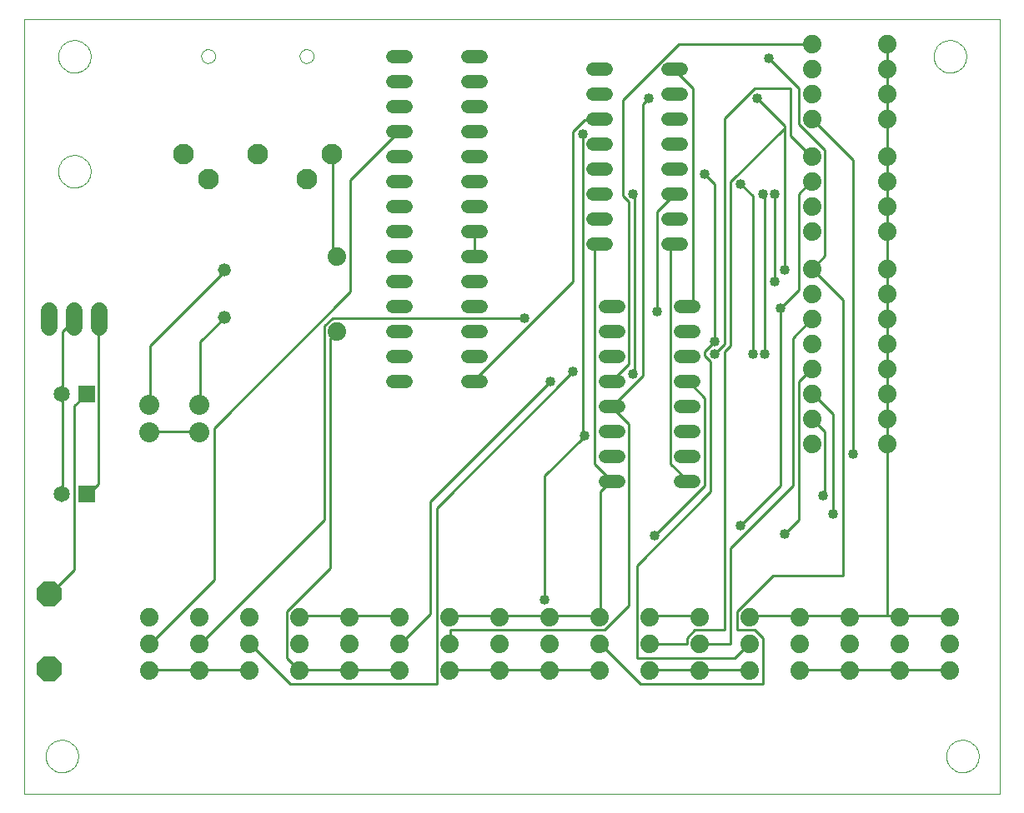
<source format=gtl>
G75*
G70*
%OFA0B0*%
%FSLAX24Y24*%
%IPPOS*%
%LPD*%
%AMOC8*
5,1,8,0,0,1.08239X$1,22.5*
%
%ADD10C,0.0000*%
%ADD11C,0.0827*%
%ADD12C,0.0520*%
%ADD13C,0.0740*%
%ADD14OC8,0.1000*%
%ADD15C,0.0660*%
%ADD16R,0.0650X0.0650*%
%ADD17C,0.0650*%
%ADD18C,0.0520*%
%ADD19C,0.0800*%
%ADD20C,0.0100*%
%ADD21C,0.0400*%
D10*
X001199Y000101D02*
X001199Y031101D01*
X040199Y031101D01*
X040199Y000101D01*
X001199Y000101D01*
X002049Y001601D02*
X002051Y001651D01*
X002057Y001701D01*
X002067Y001751D01*
X002080Y001799D01*
X002097Y001847D01*
X002118Y001893D01*
X002142Y001937D01*
X002170Y001979D01*
X002201Y002019D01*
X002235Y002056D01*
X002272Y002091D01*
X002311Y002122D01*
X002352Y002151D01*
X002396Y002176D01*
X002442Y002198D01*
X002489Y002216D01*
X002537Y002230D01*
X002586Y002241D01*
X002636Y002248D01*
X002686Y002251D01*
X002737Y002250D01*
X002787Y002245D01*
X002837Y002236D01*
X002885Y002224D01*
X002933Y002207D01*
X002979Y002187D01*
X003024Y002164D01*
X003067Y002137D01*
X003107Y002107D01*
X003145Y002074D01*
X003180Y002038D01*
X003213Y001999D01*
X003242Y001958D01*
X003268Y001915D01*
X003291Y001870D01*
X003310Y001823D01*
X003325Y001775D01*
X003337Y001726D01*
X003345Y001676D01*
X003349Y001626D01*
X003349Y001576D01*
X003345Y001526D01*
X003337Y001476D01*
X003325Y001427D01*
X003310Y001379D01*
X003291Y001332D01*
X003268Y001287D01*
X003242Y001244D01*
X003213Y001203D01*
X003180Y001164D01*
X003145Y001128D01*
X003107Y001095D01*
X003067Y001065D01*
X003024Y001038D01*
X002979Y001015D01*
X002933Y000995D01*
X002885Y000978D01*
X002837Y000966D01*
X002787Y000957D01*
X002737Y000952D01*
X002686Y000951D01*
X002636Y000954D01*
X002586Y000961D01*
X002537Y000972D01*
X002489Y000986D01*
X002442Y001004D01*
X002396Y001026D01*
X002352Y001051D01*
X002311Y001080D01*
X002272Y001111D01*
X002235Y001146D01*
X002201Y001183D01*
X002170Y001223D01*
X002142Y001265D01*
X002118Y001309D01*
X002097Y001355D01*
X002080Y001403D01*
X002067Y001451D01*
X002057Y001501D01*
X002051Y001551D01*
X002049Y001601D01*
X002549Y025001D02*
X002551Y025051D01*
X002557Y025101D01*
X002567Y025151D01*
X002580Y025199D01*
X002597Y025247D01*
X002618Y025293D01*
X002642Y025337D01*
X002670Y025379D01*
X002701Y025419D01*
X002735Y025456D01*
X002772Y025491D01*
X002811Y025522D01*
X002852Y025551D01*
X002896Y025576D01*
X002942Y025598D01*
X002989Y025616D01*
X003037Y025630D01*
X003086Y025641D01*
X003136Y025648D01*
X003186Y025651D01*
X003237Y025650D01*
X003287Y025645D01*
X003337Y025636D01*
X003385Y025624D01*
X003433Y025607D01*
X003479Y025587D01*
X003524Y025564D01*
X003567Y025537D01*
X003607Y025507D01*
X003645Y025474D01*
X003680Y025438D01*
X003713Y025399D01*
X003742Y025358D01*
X003768Y025315D01*
X003791Y025270D01*
X003810Y025223D01*
X003825Y025175D01*
X003837Y025126D01*
X003845Y025076D01*
X003849Y025026D01*
X003849Y024976D01*
X003845Y024926D01*
X003837Y024876D01*
X003825Y024827D01*
X003810Y024779D01*
X003791Y024732D01*
X003768Y024687D01*
X003742Y024644D01*
X003713Y024603D01*
X003680Y024564D01*
X003645Y024528D01*
X003607Y024495D01*
X003567Y024465D01*
X003524Y024438D01*
X003479Y024415D01*
X003433Y024395D01*
X003385Y024378D01*
X003337Y024366D01*
X003287Y024357D01*
X003237Y024352D01*
X003186Y024351D01*
X003136Y024354D01*
X003086Y024361D01*
X003037Y024372D01*
X002989Y024386D01*
X002942Y024404D01*
X002896Y024426D01*
X002852Y024451D01*
X002811Y024480D01*
X002772Y024511D01*
X002735Y024546D01*
X002701Y024583D01*
X002670Y024623D01*
X002642Y024665D01*
X002618Y024709D01*
X002597Y024755D01*
X002580Y024803D01*
X002567Y024851D01*
X002557Y024901D01*
X002551Y024951D01*
X002549Y025001D01*
X002549Y029601D02*
X002551Y029651D01*
X002557Y029701D01*
X002567Y029751D01*
X002580Y029799D01*
X002597Y029847D01*
X002618Y029893D01*
X002642Y029937D01*
X002670Y029979D01*
X002701Y030019D01*
X002735Y030056D01*
X002772Y030091D01*
X002811Y030122D01*
X002852Y030151D01*
X002896Y030176D01*
X002942Y030198D01*
X002989Y030216D01*
X003037Y030230D01*
X003086Y030241D01*
X003136Y030248D01*
X003186Y030251D01*
X003237Y030250D01*
X003287Y030245D01*
X003337Y030236D01*
X003385Y030224D01*
X003433Y030207D01*
X003479Y030187D01*
X003524Y030164D01*
X003567Y030137D01*
X003607Y030107D01*
X003645Y030074D01*
X003680Y030038D01*
X003713Y029999D01*
X003742Y029958D01*
X003768Y029915D01*
X003791Y029870D01*
X003810Y029823D01*
X003825Y029775D01*
X003837Y029726D01*
X003845Y029676D01*
X003849Y029626D01*
X003849Y029576D01*
X003845Y029526D01*
X003837Y029476D01*
X003825Y029427D01*
X003810Y029379D01*
X003791Y029332D01*
X003768Y029287D01*
X003742Y029244D01*
X003713Y029203D01*
X003680Y029164D01*
X003645Y029128D01*
X003607Y029095D01*
X003567Y029065D01*
X003524Y029038D01*
X003479Y029015D01*
X003433Y028995D01*
X003385Y028978D01*
X003337Y028966D01*
X003287Y028957D01*
X003237Y028952D01*
X003186Y028951D01*
X003136Y028954D01*
X003086Y028961D01*
X003037Y028972D01*
X002989Y028986D01*
X002942Y029004D01*
X002896Y029026D01*
X002852Y029051D01*
X002811Y029080D01*
X002772Y029111D01*
X002735Y029146D01*
X002701Y029183D01*
X002670Y029223D01*
X002642Y029265D01*
X002618Y029309D01*
X002597Y029355D01*
X002580Y029403D01*
X002567Y029451D01*
X002557Y029501D01*
X002551Y029551D01*
X002549Y029601D01*
X008270Y029613D02*
X008272Y029646D01*
X008278Y029678D01*
X008287Y029709D01*
X008300Y029739D01*
X008317Y029767D01*
X008337Y029793D01*
X008360Y029817D01*
X008385Y029837D01*
X008413Y029855D01*
X008442Y029869D01*
X008473Y029879D01*
X008505Y029886D01*
X008538Y029889D01*
X008571Y029888D01*
X008603Y029883D01*
X008634Y029874D01*
X008665Y029862D01*
X008693Y029846D01*
X008720Y029827D01*
X008744Y029805D01*
X008765Y029780D01*
X008784Y029753D01*
X008799Y029724D01*
X008810Y029694D01*
X008818Y029662D01*
X008822Y029629D01*
X008822Y029597D01*
X008818Y029564D01*
X008810Y029532D01*
X008799Y029502D01*
X008784Y029473D01*
X008765Y029446D01*
X008744Y029421D01*
X008720Y029399D01*
X008693Y029380D01*
X008665Y029364D01*
X008634Y029352D01*
X008603Y029343D01*
X008571Y029338D01*
X008538Y029337D01*
X008505Y029340D01*
X008473Y029347D01*
X008442Y029357D01*
X008413Y029371D01*
X008385Y029389D01*
X008360Y029409D01*
X008337Y029433D01*
X008317Y029459D01*
X008300Y029487D01*
X008287Y029517D01*
X008278Y029548D01*
X008272Y029580D01*
X008270Y029613D01*
X012203Y029613D02*
X012205Y029646D01*
X012211Y029678D01*
X012220Y029709D01*
X012233Y029739D01*
X012250Y029767D01*
X012270Y029793D01*
X012293Y029817D01*
X012318Y029837D01*
X012346Y029855D01*
X012375Y029869D01*
X012406Y029879D01*
X012438Y029886D01*
X012471Y029889D01*
X012504Y029888D01*
X012536Y029883D01*
X012567Y029874D01*
X012598Y029862D01*
X012626Y029846D01*
X012653Y029827D01*
X012677Y029805D01*
X012698Y029780D01*
X012717Y029753D01*
X012732Y029724D01*
X012743Y029694D01*
X012751Y029662D01*
X012755Y029629D01*
X012755Y029597D01*
X012751Y029564D01*
X012743Y029532D01*
X012732Y029502D01*
X012717Y029473D01*
X012698Y029446D01*
X012677Y029421D01*
X012653Y029399D01*
X012626Y029380D01*
X012598Y029364D01*
X012567Y029352D01*
X012536Y029343D01*
X012504Y029338D01*
X012471Y029337D01*
X012438Y029340D01*
X012406Y029347D01*
X012375Y029357D01*
X012346Y029371D01*
X012318Y029389D01*
X012293Y029409D01*
X012270Y029433D01*
X012250Y029459D01*
X012233Y029487D01*
X012220Y029517D01*
X012211Y029548D01*
X012205Y029580D01*
X012203Y029613D01*
X037549Y029601D02*
X037551Y029651D01*
X037557Y029701D01*
X037567Y029751D01*
X037580Y029799D01*
X037597Y029847D01*
X037618Y029893D01*
X037642Y029937D01*
X037670Y029979D01*
X037701Y030019D01*
X037735Y030056D01*
X037772Y030091D01*
X037811Y030122D01*
X037852Y030151D01*
X037896Y030176D01*
X037942Y030198D01*
X037989Y030216D01*
X038037Y030230D01*
X038086Y030241D01*
X038136Y030248D01*
X038186Y030251D01*
X038237Y030250D01*
X038287Y030245D01*
X038337Y030236D01*
X038385Y030224D01*
X038433Y030207D01*
X038479Y030187D01*
X038524Y030164D01*
X038567Y030137D01*
X038607Y030107D01*
X038645Y030074D01*
X038680Y030038D01*
X038713Y029999D01*
X038742Y029958D01*
X038768Y029915D01*
X038791Y029870D01*
X038810Y029823D01*
X038825Y029775D01*
X038837Y029726D01*
X038845Y029676D01*
X038849Y029626D01*
X038849Y029576D01*
X038845Y029526D01*
X038837Y029476D01*
X038825Y029427D01*
X038810Y029379D01*
X038791Y029332D01*
X038768Y029287D01*
X038742Y029244D01*
X038713Y029203D01*
X038680Y029164D01*
X038645Y029128D01*
X038607Y029095D01*
X038567Y029065D01*
X038524Y029038D01*
X038479Y029015D01*
X038433Y028995D01*
X038385Y028978D01*
X038337Y028966D01*
X038287Y028957D01*
X038237Y028952D01*
X038186Y028951D01*
X038136Y028954D01*
X038086Y028961D01*
X038037Y028972D01*
X037989Y028986D01*
X037942Y029004D01*
X037896Y029026D01*
X037852Y029051D01*
X037811Y029080D01*
X037772Y029111D01*
X037735Y029146D01*
X037701Y029183D01*
X037670Y029223D01*
X037642Y029265D01*
X037618Y029309D01*
X037597Y029355D01*
X037580Y029403D01*
X037567Y029451D01*
X037557Y029501D01*
X037551Y029551D01*
X037549Y029601D01*
X038049Y001601D02*
X038051Y001651D01*
X038057Y001701D01*
X038067Y001751D01*
X038080Y001799D01*
X038097Y001847D01*
X038118Y001893D01*
X038142Y001937D01*
X038170Y001979D01*
X038201Y002019D01*
X038235Y002056D01*
X038272Y002091D01*
X038311Y002122D01*
X038352Y002151D01*
X038396Y002176D01*
X038442Y002198D01*
X038489Y002216D01*
X038537Y002230D01*
X038586Y002241D01*
X038636Y002248D01*
X038686Y002251D01*
X038737Y002250D01*
X038787Y002245D01*
X038837Y002236D01*
X038885Y002224D01*
X038933Y002207D01*
X038979Y002187D01*
X039024Y002164D01*
X039067Y002137D01*
X039107Y002107D01*
X039145Y002074D01*
X039180Y002038D01*
X039213Y001999D01*
X039242Y001958D01*
X039268Y001915D01*
X039291Y001870D01*
X039310Y001823D01*
X039325Y001775D01*
X039337Y001726D01*
X039345Y001676D01*
X039349Y001626D01*
X039349Y001576D01*
X039345Y001526D01*
X039337Y001476D01*
X039325Y001427D01*
X039310Y001379D01*
X039291Y001332D01*
X039268Y001287D01*
X039242Y001244D01*
X039213Y001203D01*
X039180Y001164D01*
X039145Y001128D01*
X039107Y001095D01*
X039067Y001065D01*
X039024Y001038D01*
X038979Y001015D01*
X038933Y000995D01*
X038885Y000978D01*
X038837Y000966D01*
X038787Y000957D01*
X038737Y000952D01*
X038686Y000951D01*
X038636Y000954D01*
X038586Y000961D01*
X038537Y000972D01*
X038489Y000986D01*
X038442Y001004D01*
X038396Y001026D01*
X038352Y001051D01*
X038311Y001080D01*
X038272Y001111D01*
X038235Y001146D01*
X038201Y001183D01*
X038170Y001223D01*
X038142Y001265D01*
X038118Y001309D01*
X038097Y001355D01*
X038080Y001403D01*
X038067Y001451D01*
X038057Y001501D01*
X038051Y001551D01*
X038049Y001601D01*
D11*
X012483Y024691D03*
X013483Y025683D03*
X010518Y025680D03*
X008546Y024687D03*
X007573Y025683D03*
D12*
X015939Y025601D02*
X016459Y025601D01*
X016459Y026601D02*
X015939Y026601D01*
X015939Y027601D02*
X016459Y027601D01*
X016459Y028601D02*
X015939Y028601D01*
X015939Y029601D02*
X016459Y029601D01*
X018939Y029601D02*
X019459Y029601D01*
X019459Y028601D02*
X018939Y028601D01*
X018939Y027601D02*
X019459Y027601D01*
X019459Y026601D02*
X018939Y026601D01*
X018939Y025601D02*
X019459Y025601D01*
X019459Y024601D02*
X018939Y024601D01*
X018939Y023601D02*
X019459Y023601D01*
X019459Y022601D02*
X018939Y022601D01*
X018939Y021601D02*
X019459Y021601D01*
X019459Y020601D02*
X018939Y020601D01*
X018939Y019601D02*
X019459Y019601D01*
X019459Y018601D02*
X018939Y018601D01*
X018939Y017601D02*
X019459Y017601D01*
X019459Y016601D02*
X018939Y016601D01*
X016459Y016601D02*
X015939Y016601D01*
X015939Y017601D02*
X016459Y017601D01*
X016459Y018601D02*
X015939Y018601D01*
X015939Y019601D02*
X016459Y019601D01*
X016459Y020601D02*
X015939Y020601D01*
X015939Y021601D02*
X016459Y021601D01*
X016459Y022601D02*
X015939Y022601D01*
X015939Y023601D02*
X016459Y023601D01*
X016459Y024601D02*
X015939Y024601D01*
X023939Y024101D02*
X024459Y024101D01*
X024459Y025101D02*
X023939Y025101D01*
X023939Y026101D02*
X024459Y026101D01*
X024459Y027101D02*
X023939Y027101D01*
X023939Y028101D02*
X024459Y028101D01*
X024459Y029101D02*
X023939Y029101D01*
X026939Y029101D02*
X027459Y029101D01*
X027459Y028101D02*
X026939Y028101D01*
X026939Y027101D02*
X027459Y027101D01*
X027459Y026101D02*
X026939Y026101D01*
X026939Y025101D02*
X027459Y025101D01*
X027459Y024101D02*
X026939Y024101D01*
X026939Y023101D02*
X027459Y023101D01*
X027459Y022101D02*
X026939Y022101D01*
X024459Y022101D02*
X023939Y022101D01*
X023939Y023101D02*
X024459Y023101D01*
X024439Y019601D02*
X024959Y019601D01*
X024959Y018601D02*
X024439Y018601D01*
X024439Y017601D02*
X024959Y017601D01*
X024959Y016601D02*
X024439Y016601D01*
X024439Y015601D02*
X024959Y015601D01*
X024959Y014601D02*
X024439Y014601D01*
X024439Y013601D02*
X024959Y013601D01*
X024959Y012601D02*
X024439Y012601D01*
X027439Y012601D02*
X027959Y012601D01*
X027959Y013601D02*
X027439Y013601D01*
X027439Y014601D02*
X027959Y014601D01*
X027959Y015601D02*
X027439Y015601D01*
X027439Y016601D02*
X027959Y016601D01*
X027959Y017601D02*
X027439Y017601D01*
X027439Y018601D02*
X027959Y018601D01*
X027959Y019601D02*
X027439Y019601D01*
D13*
X032699Y020101D03*
X032699Y021101D03*
X032699Y022601D03*
X032699Y023601D03*
X032699Y024601D03*
X032699Y025601D03*
X032699Y027101D03*
X032699Y028101D03*
X032699Y029101D03*
X032699Y030101D03*
X035699Y030101D03*
X035699Y029101D03*
X035699Y028101D03*
X035699Y027101D03*
X035699Y025601D03*
X035699Y024601D03*
X035699Y023601D03*
X035699Y022601D03*
X035699Y021101D03*
X035699Y020101D03*
X035699Y019101D03*
X035699Y018101D03*
X035699Y017101D03*
X035699Y016101D03*
X035699Y015101D03*
X035699Y014101D03*
X032699Y014101D03*
X032699Y015101D03*
X032699Y016101D03*
X032699Y017101D03*
X032699Y018101D03*
X032699Y019101D03*
X032199Y007171D03*
X032199Y006101D03*
X032199Y005031D03*
X030199Y005031D03*
X030199Y006101D03*
X030199Y007171D03*
X028199Y007171D03*
X028199Y006101D03*
X028199Y005031D03*
X026199Y005031D03*
X026199Y006101D03*
X026199Y007171D03*
X024199Y007171D03*
X024199Y006101D03*
X024199Y005031D03*
X022199Y005031D03*
X022199Y006101D03*
X022199Y007171D03*
X020199Y007171D03*
X020199Y006101D03*
X020199Y005031D03*
X018199Y005031D03*
X018199Y006101D03*
X018199Y007171D03*
X016199Y007171D03*
X016199Y006101D03*
X016199Y005031D03*
X014199Y005031D03*
X014199Y006101D03*
X014199Y007171D03*
X012199Y007171D03*
X012199Y006101D03*
X012199Y005031D03*
X010199Y005031D03*
X010199Y006101D03*
X010199Y007171D03*
X008199Y007171D03*
X008199Y006101D03*
X008199Y005031D03*
X006199Y005031D03*
X006199Y006101D03*
X006199Y007171D03*
X013699Y018601D03*
X013699Y021601D03*
X034199Y007171D03*
X034199Y006101D03*
X034199Y005031D03*
X036199Y005031D03*
X036199Y006101D03*
X036199Y007171D03*
X038199Y007171D03*
X038199Y006101D03*
X038199Y005031D03*
D14*
X002199Y005101D03*
X002199Y008101D03*
D15*
X002199Y018771D02*
X002199Y019431D01*
X003199Y019431D02*
X003199Y018771D01*
X004199Y018771D02*
X004199Y019431D01*
D16*
X003699Y016101D03*
X003699Y012101D03*
D17*
X002699Y012101D03*
X002699Y016101D03*
D18*
X009199Y019151D03*
X009199Y021051D03*
D19*
X008199Y015651D03*
X008199Y014551D03*
X006199Y014551D03*
X006199Y015651D03*
D20*
X006239Y015701D01*
X006239Y018021D01*
X009199Y020981D01*
X009199Y021051D01*
X009199Y019151D02*
X009199Y019141D01*
X008239Y018181D01*
X008239Y015701D01*
X008199Y015651D01*
X008799Y014741D02*
X008799Y008661D01*
X006239Y006101D01*
X006199Y006101D01*
X006239Y005061D02*
X006199Y005031D01*
X006239Y005061D02*
X008159Y005061D01*
X008199Y005031D01*
X008239Y005061D01*
X010159Y005061D01*
X010199Y005031D01*
X010239Y006101D02*
X010199Y006101D01*
X010239Y006101D02*
X011839Y004501D01*
X017679Y004501D01*
X017679Y011541D01*
X023119Y016981D01*
X022239Y016581D02*
X017439Y011781D01*
X017439Y007301D01*
X016239Y006101D01*
X016199Y006101D01*
X016159Y005061D02*
X016199Y005031D01*
X016159Y005061D02*
X014239Y005061D01*
X014199Y005031D01*
X014159Y005061D01*
X012239Y005061D01*
X012199Y005031D01*
X012159Y005061D01*
X011679Y005541D01*
X011679Y007381D01*
X013439Y009141D01*
X013439Y018341D01*
X013699Y018601D01*
X013199Y018821D02*
X013519Y019141D01*
X021199Y019141D01*
X023119Y020581D02*
X023119Y026581D01*
X023599Y027061D01*
X024159Y027061D01*
X024199Y027101D01*
X023519Y026501D02*
X023519Y014341D01*
X023599Y014421D01*
X023519Y014341D02*
X021999Y012821D01*
X021999Y007861D01*
X022159Y007221D02*
X022199Y007171D01*
X022239Y007221D01*
X024159Y007221D01*
X024199Y007171D01*
X024239Y007221D01*
X024239Y012181D01*
X024639Y012581D01*
X024699Y012601D01*
X023999Y013301D01*
X023999Y021941D01*
X024159Y022101D01*
X024199Y022101D01*
X023119Y020581D02*
X019199Y016661D01*
X019199Y016601D01*
X014239Y020181D02*
X008799Y014741D01*
X008199Y014551D02*
X008159Y014581D01*
X006239Y014581D01*
X006199Y014551D01*
X004159Y012501D02*
X004159Y019061D01*
X004199Y019101D01*
X003199Y019061D02*
X003199Y019101D01*
X003199Y019061D02*
X002719Y018581D01*
X002719Y016101D01*
X002699Y016101D01*
X002719Y016101D02*
X002719Y012101D01*
X002699Y012101D01*
X003699Y012101D02*
X003759Y012101D01*
X004159Y012501D01*
X003199Y015621D02*
X003679Y016101D01*
X003699Y016101D01*
X003199Y015621D02*
X003199Y009061D01*
X002239Y008101D01*
X002199Y008101D01*
X008199Y006101D02*
X008239Y006101D01*
X013199Y011061D01*
X013199Y018821D01*
X014239Y020181D02*
X014239Y024661D01*
X016159Y026581D01*
X016199Y026601D01*
X013519Y025621D02*
X013483Y025683D01*
X013519Y025621D02*
X013519Y021781D01*
X013699Y021601D01*
X019199Y021601D02*
X019199Y022601D01*
X025119Y024021D02*
X025119Y027861D01*
X027359Y030101D01*
X032699Y030101D01*
X030959Y029541D02*
X032159Y028341D01*
X032159Y026901D01*
X033199Y025861D01*
X033199Y021621D01*
X032719Y021141D01*
X032699Y021101D01*
X032719Y021061D01*
X033919Y019861D01*
X033919Y008821D01*
X031119Y008821D01*
X029679Y007381D01*
X029679Y006661D01*
X030399Y006661D01*
X030719Y006341D01*
X030719Y004501D01*
X025839Y004501D01*
X024239Y006101D01*
X024199Y006101D01*
X024399Y006661D02*
X018239Y006661D01*
X018239Y006101D01*
X018199Y006101D01*
X018239Y005061D02*
X018199Y005031D01*
X018239Y005061D02*
X020159Y005061D01*
X020199Y005031D01*
X020239Y005061D01*
X022159Y005061D01*
X022199Y005031D01*
X022239Y005061D01*
X024159Y005061D01*
X024199Y005031D01*
X025679Y005541D02*
X025679Y009221D01*
X028639Y012181D01*
X028639Y017381D01*
X028399Y017621D01*
X028399Y017781D01*
X028799Y018181D01*
X028799Y024501D01*
X028399Y024901D01*
X029439Y024581D02*
X031599Y026741D01*
X031599Y026821D01*
X030479Y027941D01*
X030399Y028341D02*
X031839Y028341D01*
X031839Y026421D01*
X032639Y025621D01*
X032699Y025601D01*
X031599Y026741D02*
X031599Y021061D01*
X031199Y020581D02*
X031199Y024101D01*
X030799Y024021D02*
X030799Y017701D01*
X030319Y017701D02*
X030319Y024021D01*
X029839Y024501D01*
X029439Y024581D02*
X029439Y018021D01*
X029199Y017781D01*
X029199Y006661D01*
X027999Y006661D01*
X027679Y006341D01*
X027679Y006101D01*
X026199Y006101D01*
X025679Y005541D02*
X029599Y005541D01*
X030159Y006101D01*
X030199Y006101D01*
X029439Y006101D02*
X028199Y006101D01*
X028239Y005061D02*
X028199Y005031D01*
X028159Y005061D01*
X026239Y005061D01*
X026199Y005031D01*
X028239Y005061D02*
X030159Y005061D01*
X030199Y005031D01*
X029439Y006101D02*
X029439Y009941D01*
X031919Y012421D01*
X031919Y018341D01*
X032639Y019061D01*
X032699Y019101D01*
X032159Y020261D02*
X032159Y024101D01*
X032639Y024581D01*
X032699Y024601D01*
X034319Y025461D02*
X034319Y013701D01*
X035679Y014101D02*
X035699Y014101D01*
X035679Y014101D02*
X035679Y007221D01*
X034239Y007221D01*
X034199Y007171D01*
X034159Y007221D01*
X032239Y007221D01*
X032199Y007171D01*
X032159Y007221D01*
X030239Y007221D01*
X030199Y007171D01*
X028199Y007171D02*
X028159Y007221D01*
X026239Y007221D01*
X026199Y007171D01*
X025359Y007621D02*
X024399Y006661D01*
X025359Y007621D02*
X025359Y014901D01*
X024719Y015541D01*
X024699Y015601D01*
X025919Y016821D01*
X025919Y027701D01*
X026159Y027941D01*
X027199Y029061D02*
X027199Y029101D01*
X027199Y029061D02*
X027919Y028341D01*
X027919Y019781D01*
X027759Y019621D01*
X027699Y019601D01*
X026479Y019381D02*
X026479Y023381D01*
X027199Y024101D01*
X025599Y024021D02*
X025599Y016981D01*
X025519Y016901D01*
X025359Y017301D02*
X025359Y023781D01*
X025119Y024021D01*
X025519Y024101D02*
X025599Y024021D01*
X027199Y022101D02*
X027039Y021941D01*
X027039Y013301D01*
X027679Y012661D01*
X027699Y012601D01*
X028399Y012421D02*
X028399Y015941D01*
X027759Y016581D01*
X027699Y016601D01*
X028799Y017701D02*
X029199Y018101D01*
X029199Y027141D01*
X030399Y028341D01*
X032699Y027101D02*
X032719Y027061D01*
X034319Y025461D01*
X035679Y025541D02*
X035679Y024661D01*
X035699Y024601D01*
X035679Y024581D01*
X035679Y023621D01*
X035699Y023601D01*
X035679Y023541D01*
X035679Y022661D01*
X035699Y022601D01*
X035679Y022581D01*
X035679Y021141D01*
X035699Y021101D01*
X035679Y021061D01*
X035679Y020101D01*
X035699Y020101D01*
X035679Y020101D02*
X035679Y019141D01*
X035699Y019101D01*
X035679Y019061D01*
X035679Y018101D01*
X035699Y018101D01*
X035679Y018101D02*
X035679Y017141D01*
X035699Y017101D01*
X035679Y017061D01*
X035679Y016101D01*
X035699Y016101D01*
X035679Y016101D02*
X035679Y015141D01*
X035699Y015101D01*
X035679Y015061D01*
X035679Y014101D01*
X033519Y015301D02*
X032719Y016101D01*
X032699Y016101D01*
X032159Y016581D02*
X032639Y017061D01*
X032699Y017101D01*
X032159Y016581D02*
X032159Y011061D01*
X031599Y010501D01*
X029839Y010821D02*
X031439Y012421D01*
X031439Y019541D01*
X032159Y020261D01*
X030799Y024021D02*
X030719Y024101D01*
X035679Y025541D02*
X035699Y025601D01*
X035679Y025621D01*
X035679Y027061D01*
X035699Y027101D01*
X035679Y027141D01*
X035679Y028101D01*
X035699Y028101D01*
X035679Y028101D02*
X035679Y029061D01*
X035699Y029101D01*
X035679Y029141D01*
X035679Y030101D01*
X035699Y030101D01*
X025359Y017301D02*
X024719Y016661D01*
X024699Y016601D01*
X028399Y012421D02*
X026399Y010421D01*
X022159Y007221D02*
X020239Y007221D01*
X020199Y007171D01*
X020159Y007221D01*
X018239Y007221D01*
X018199Y007171D01*
X016199Y007171D02*
X016159Y007221D01*
X014239Y007221D01*
X014199Y007171D01*
X014159Y007221D01*
X012239Y007221D01*
X012199Y007171D01*
X032199Y005031D02*
X032239Y005061D01*
X034159Y005061D01*
X034199Y005031D01*
X034239Y005061D01*
X036159Y005061D01*
X036199Y005031D01*
X036239Y005061D01*
X038159Y005061D01*
X038199Y005031D01*
X038199Y007171D02*
X038159Y007221D01*
X036239Y007221D01*
X036199Y007171D01*
X036159Y007221D01*
X035679Y007221D01*
X033519Y011301D02*
X033519Y015301D01*
X033199Y014581D02*
X032719Y015061D01*
X032699Y015101D01*
X033199Y014581D02*
X033199Y012101D01*
X033119Y012021D01*
D21*
X033119Y012021D03*
X033519Y011301D03*
X031599Y010501D03*
X029839Y010821D03*
X026399Y010421D03*
X021999Y007861D03*
X023599Y014421D03*
X022239Y016581D03*
X023119Y016981D03*
X025519Y016901D03*
X026479Y019381D03*
X028799Y018181D03*
X028799Y017701D03*
X030319Y017701D03*
X030799Y017701D03*
X031439Y019541D03*
X031199Y020581D03*
X031599Y021061D03*
X031199Y024101D03*
X030719Y024101D03*
X029839Y024501D03*
X028399Y024901D03*
X025519Y024101D03*
X023519Y026501D03*
X026159Y027941D03*
X030479Y027941D03*
X030959Y029541D03*
X021199Y019141D03*
X034319Y013701D03*
M02*

</source>
